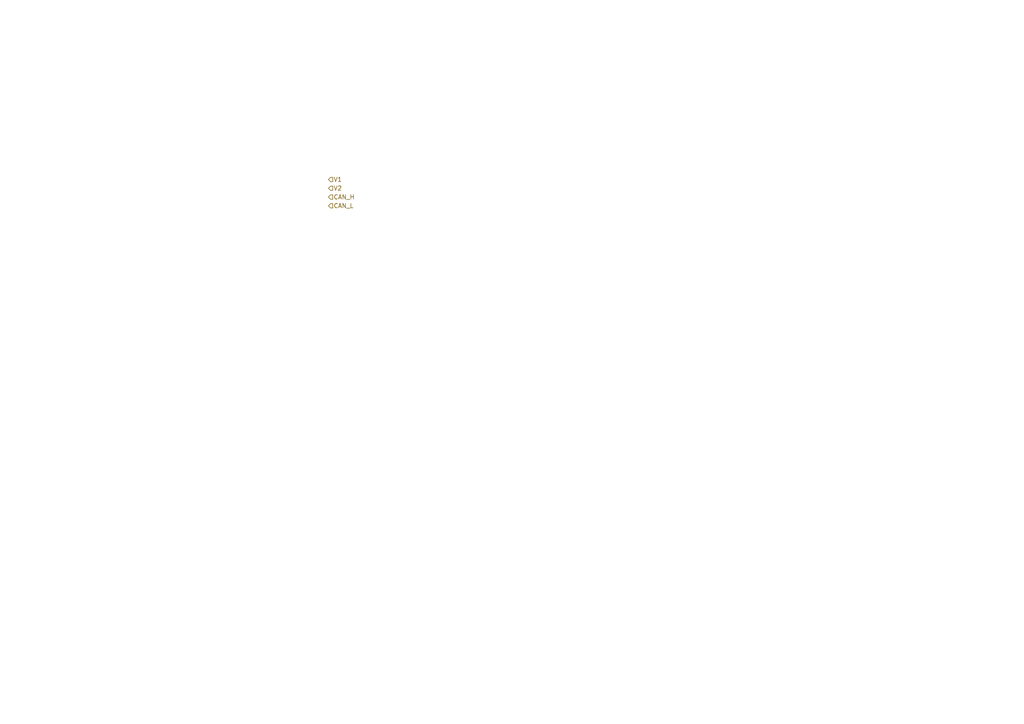
<source format=kicad_sch>
(kicad_sch (version 20230121) (generator eeschema)
  (paper "A4")
  (lib_symbols)
  (hierarchical_label "V1" (shape input) (at 95.25 52.07 0))
  (hierarchical_label "V2" (shape input) (at 95.25 54.61 0))
  (hierarchical_label "CAN_H" (shape input) (at 95.25 57.15 0))
  (hierarchical_label "CAN_L" (shape input) (at 95.25 59.69 0))
)
</source>
